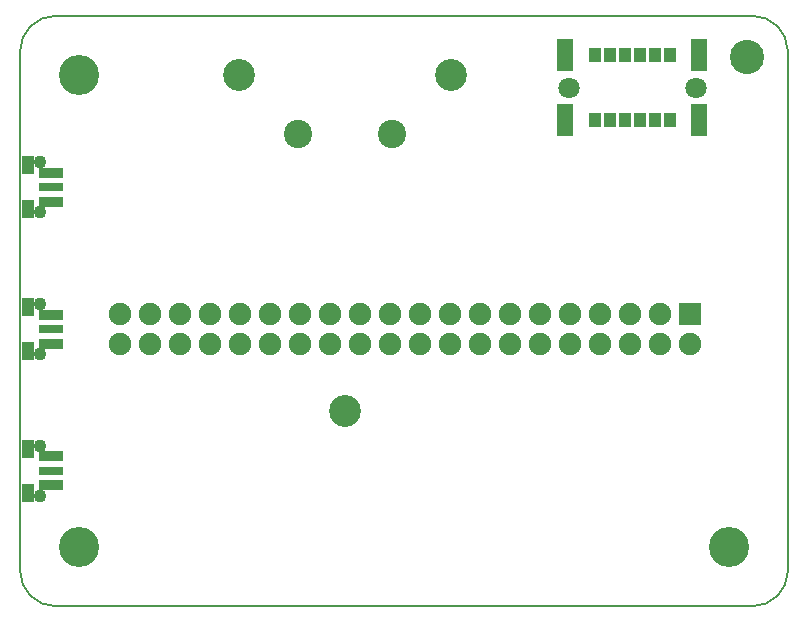
<source format=gbr>
G04 #@! TF.GenerationSoftware,KiCad,Pcbnew,(5.1.5-0)*
G04 #@! TF.CreationDate,2020-10-28T23:15:44-07:00*
G04 #@! TF.ProjectId,Luminometer_RPi,4c756d69-6e6f-46d6-9574-65725f525069,rev?*
G04 #@! TF.SameCoordinates,Original*
G04 #@! TF.FileFunction,Soldermask,Bot*
G04 #@! TF.FilePolarity,Negative*
%FSLAX46Y46*%
G04 Gerber Fmt 4.6, Leading zero omitted, Abs format (unit mm)*
G04 Created by KiCad (PCBNEW (5.1.5-0)) date 2020-10-28 23:15:44*
%MOMM*%
%LPD*%
G04 APERTURE LIST*
%ADD10C,0.150000*%
%ADD11C,2.900000*%
%ADD12C,2.700000*%
%ADD13C,1.800000*%
%ADD14R,1.400000X2.700000*%
%ADD15R,1.000000X1.300000*%
%ADD16O,1.900000X1.900000*%
%ADD17R,1.900000X1.900000*%
%ADD18C,1.100000*%
%ADD19R,2.000000X0.950000*%
%ADD20R,1.100000X1.500000*%
%ADD21R,2.000000X0.800000*%
%ADD22C,3.400000*%
%ADD23C,2.400000*%
G04 APERTURE END LIST*
D10*
X109500000Y-111500000D02*
G75*
G02X106500000Y-108500000I0J3000000D01*
G01*
X171500000Y-108500000D02*
G75*
G02X168500000Y-111500000I-3000000J0D01*
G01*
X168500000Y-61500000D02*
G75*
G02X171500000Y-64500000I0J-3000000D01*
G01*
X106500000Y-64500000D02*
G75*
G02X109500000Y-61500000I3000000J0D01*
G01*
X106500000Y-108500000D02*
X106500000Y-64500000D01*
X168500000Y-111500000D02*
X109500000Y-111500000D01*
X171500000Y-64500000D02*
X171500000Y-108500000D01*
X109500000Y-61500000D02*
X168500000Y-61500000D01*
D11*
X168000000Y-65000000D03*
D12*
X134000000Y-95000000D03*
D13*
X163700000Y-67600000D03*
X152930000Y-67600000D03*
D14*
X152615000Y-64850000D03*
X164015000Y-64850000D03*
X164015000Y-70350000D03*
X152615000Y-70350000D03*
D15*
X155140000Y-64850000D03*
X156410000Y-64850000D03*
X157680000Y-64850000D03*
X161490000Y-70350000D03*
X160220000Y-70350000D03*
X155140000Y-70350000D03*
X158950000Y-64850000D03*
X160220000Y-64850000D03*
X161490000Y-64850000D03*
X156410000Y-70350000D03*
X157680000Y-70350000D03*
X158950000Y-70350000D03*
D16*
X114939900Y-89278000D03*
X114939900Y-86738000D03*
X117479900Y-89278000D03*
X117479900Y-86738000D03*
X120019900Y-89278000D03*
X120019900Y-86738000D03*
X122559900Y-89278000D03*
X122559900Y-86738000D03*
X125099900Y-89278000D03*
X125099900Y-86738000D03*
X127639900Y-89278000D03*
X127639900Y-86738000D03*
X130179900Y-89278000D03*
X130179900Y-86738000D03*
X132719900Y-89278000D03*
X132719900Y-86738000D03*
X135259900Y-89278000D03*
X135259900Y-86738000D03*
X137799900Y-89278000D03*
X137799900Y-86738000D03*
X140339900Y-89278000D03*
X140339900Y-86738000D03*
X142879900Y-89278000D03*
X142879900Y-86738000D03*
X145419900Y-89278000D03*
X145419900Y-86738000D03*
X147959900Y-89278000D03*
X147959900Y-86738000D03*
X150499900Y-89278000D03*
X150499900Y-86738000D03*
X153039900Y-89278000D03*
X153039900Y-86738000D03*
X155579900Y-89278000D03*
X155579900Y-86738000D03*
X158119900Y-89278000D03*
X158119900Y-86738000D03*
X160659900Y-89278000D03*
X160659900Y-86738000D03*
X163199900Y-89278000D03*
D17*
X163199900Y-86738000D03*
D18*
X108180000Y-97900000D03*
D19*
X109080000Y-98800000D03*
D20*
X107130000Y-98175000D03*
D18*
X108180000Y-102150000D03*
D20*
X107130000Y-101875000D03*
D21*
X109080000Y-100025000D03*
D19*
X109080000Y-101250000D03*
D18*
X108180000Y-85900000D03*
D19*
X109080000Y-86800000D03*
D20*
X107130000Y-86175000D03*
D18*
X108180000Y-90150000D03*
D20*
X107130000Y-89875000D03*
D21*
X109080000Y-88025000D03*
D19*
X109080000Y-89250000D03*
D18*
X108180000Y-73900000D03*
D19*
X109080000Y-74800000D03*
D20*
X107130000Y-74175000D03*
D18*
X108180000Y-78150000D03*
D20*
X107130000Y-77875000D03*
D21*
X109080000Y-76025000D03*
D19*
X109080000Y-77250000D03*
D22*
X166500000Y-106500000D03*
D23*
X138000000Y-71500000D03*
D12*
X143000000Y-66500000D03*
D22*
X111500000Y-106500000D03*
D23*
X130000000Y-71500000D03*
D12*
X125000000Y-66500000D03*
D22*
X111500000Y-66500000D03*
M02*

</source>
